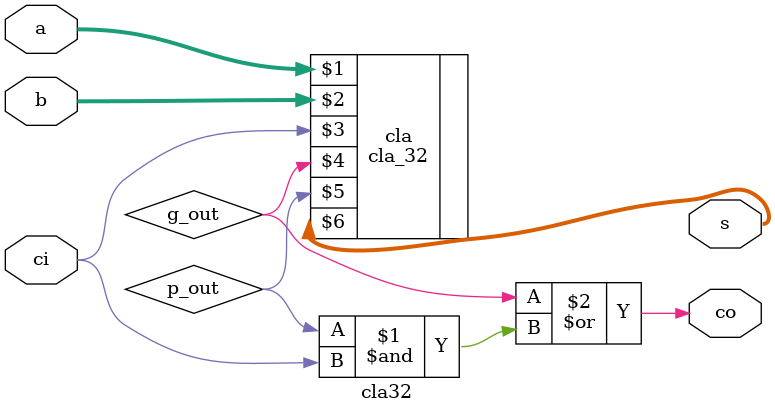
<source format=v>
`timescale 1ns / 1ps

module cla32 (a, b, ci, s, co);
  input [31:0] a, b;
  input ci;
  output [31:0] s;
  output co;
  wire g_out, p_out;
  cla_32 cla (a, b, ci, g_out, p_out, s);
  assign co = g_out | p_out & ci;
endmodule
</source>
